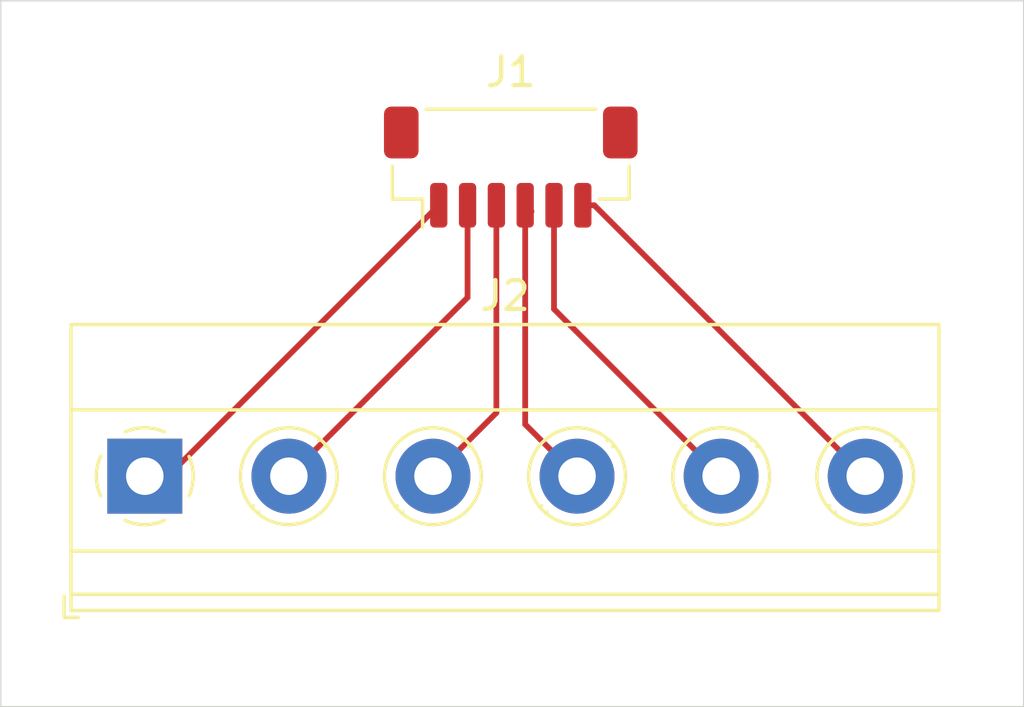
<source format=kicad_pcb>
(kicad_pcb (version 20240108) (generator "pcbnew") (generator_version "8.0")
  (layers (0 "F.Cu" signal) (31 "B.Cu" signal) (34 "B.Paste" user) (35 "F.Paste" user) (36 "B.SilkS" user "B.Silkscreen") (37 "F.SilkS" user "F.Silkscreen") (38 "B.Mask" user) (39 "F.Mask" user) (44 "Edge.Cuts" user))
  (net 0 "")
  (net 1 "Net-(J2-Pin_4)")
  (net 2 "Net-(J2-Pin_2)")
  (net 3 "Net-(J2-Pin_6)")
  (net 4 "Net-(J2-Pin_1)")
  (net 5 "Net-(J2-Pin_5)")
  (net 6 "Net-(J2-Pin_3)")
  (footprint "Connector_JST:JST_SH_BM06B-SRSS-TB_1x06-1MP_P1.00mm_Vertical" (layer "F.Cu") (at 148.7 66.7728)
    (property "Reference" "J1" (at 0 -3.3 0) (layer "F.SilkS"))
    (property "Value" "BM06B-SRSS-TBLFSN")
    (fp_line (start -4.11 -0.04) (end -4.11 1.11) (stroke (width 0.12)) (layer "F.SilkS"))
    (fp_line (start -4.11 1.11) (end -3.06 1.11) (stroke (width 0.12)) (layer "F.SilkS"))
    (fp_line (start -3.06 1.11) (end -3.06 2.1) (stroke (width 0.12)) (layer "F.SilkS"))
    (fp_line (start -2.94 -2.01) (end 2.94 -2.01) (stroke (width 0.12)) (layer "F.SilkS"))
    (fp_line (start 4.11 -0.04) (end 4.11 1.11) (stroke (width 0.12)) (layer "F.SilkS"))
    (fp_line (start 4.11 1.11) (end 3.06 1.11) (stroke (width 0.12)) (layer "F.SilkS"))
    (pad "1" smd roundrect (at -2.5 1.325) (size 0.6 1.55) (layers "F.Cu" "F.Paste" "F.Mask") (net 4 "Net-(J2-Pin_1)"))
    (pad "2" smd roundrect (at -1.5 1.325) (size 0.6 1.55) (layers "F.Cu" "F.Paste" "F.Mask") (net 2 "Net-(J2-Pin_2)"))
    (pad "3" smd roundrect (at -0.5 1.325) (size 0.6 1.55) (layers "F.Cu" "F.Paste" "F.Mask") (net 6 "Net-(J2-Pin_3)"))
    (pad "4" smd roundrect (at 0.5 1.325) (size 0.6 1.55) (layers "F.Cu" "F.Paste" "F.Mask") (net 1 "Net-(J2-Pin_4)"))
    (pad "5" smd roundrect (at 1.5 1.325) (size 0.6 1.55) (layers "F.Cu" "F.Paste" "F.Mask") (net 5 "Net-(J2-Pin_5)"))
    (pad "6" smd roundrect (at 2.5 1.325) (size 0.6 1.55) (layers "F.Cu" "F.Paste" "F.Mask") (net 3 "Net-(J2-Pin_6)"))
    (pad "MP" smd roundrect (at -3.8 -1.2) (size 1.2 1.8) (layers "F.Cu" "F.Paste" "F.Mask") (roundrect_rratio 0.208333))
    (pad "MP" smd roundrect (at 3.8 -1.2) (size 1.2 1.8) (layers "F.Cu" "F.Paste" "F.Mask") (roundrect_rratio 0.208333))
  )
  (footprint "TerminalBlock_Phoenix:TerminalBlock_Phoenix_MKDS-1,5-6_1x06_P5.00mm_Horizontal" (layer "F.Cu") (at 136 77.5)
    (property "Reference" "J2" (at 12.5 -6.26 0) (layer "F.SilkS"))
    (property "Value" "Screw_Terminal_01x06")
    (fp_line (start -2.8 4.16) (end -2.8 4.9) (stroke (width 0.12)) (layer "F.SilkS"))
    (fp_line (start -2.8 4.9) (end -2.3 4.9) (stroke (width 0.12)) (layer "F.SilkS"))
    (fp_line (start -2.56 -5.261) (end -2.56 4.66) (stroke (width 0.12)) (layer "F.SilkS"))
    (fp_line (start -2.56 -5.261) (end 27.56 -5.261) (stroke (width 0.12)) (layer "F.SilkS"))
    (fp_line (start -2.56 -2.301) (end 27.56 -2.301) (stroke (width 0.12)) (layer "F.SilkS"))
    (fp_line (start -2.56 2.6) (end 27.56 2.6) (stroke (width 0.12)) (layer "F.SilkS"))
    (fp_line (start -2.56 4.1) (end 27.56 4.1) (stroke (width 0.12)) (layer "F.SilkS"))
    (fp_line (start -2.56 4.66) (end 27.56 4.66) (stroke (width 0.12)) (layer "F.SilkS"))
    (fp_line (start 3.773 1.023) (end 3.726 1.069) (stroke (width 0.12)) (layer "F.SilkS"))
    (fp_line (start 3.966 1.239) (end 3.931 1.274) (stroke (width 0.12)) (layer "F.SilkS"))
    (fp_line (start 6.07 -1.275) (end 6.035 -1.239) (stroke (width 0.12)) (layer "F.SilkS"))
    (fp_line (start 6.275 -1.069) (end 6.228 -1.023) (stroke (width 0.12)) (layer "F.SilkS"))
    (fp_line (start 8.773 1.023) (end 8.726 1.069) (stroke (width 0.12)) (layer "F.SilkS"))
    (fp_line (start 8.966 1.239) (end 8.931 1.274) (stroke (width 0.12)) (layer "F.SilkS"))
    (fp_line (start 11.07 -1.275) (end 11.035 -1.239) (stroke (width 0.12)) (layer "F.SilkS"))
    (fp_line (start 11.275 -1.069) (end 11.228 -1.023) (stroke (width 0.12)) (layer "F.SilkS"))
    (fp_line (start 13.773 1.023) (end 13.726 1.069) (stroke (width 0.12)) (layer "F.SilkS"))
    (fp_line (start 13.966 1.239) (end 13.931 1.274) (stroke (width 0.12)) (layer "F.SilkS"))
    (fp_line (start 16.07 -1.275) (end 16.035 -1.239) (stroke (width 0.12)) (layer "F.SilkS"))
    (fp_line (start 16.275 -1.069) (end 16.228 -1.023) (stroke (width 0.12)) (layer "F.SilkS"))
    (fp_line (start 18.773 1.023) (end 18.726 1.069) (stroke (width 0.12)) (layer "F.SilkS"))
    (fp_line (start 18.966 1.239) (end 18.931 1.274) (stroke (width 0.12)) (layer "F.SilkS"))
    (fp_line (start 21.07 -1.275) (end 21.035 -1.239) (stroke (width 0.12)) (layer "F.SilkS"))
    (fp_line (start 21.275 -1.069) (end 21.228 -1.023) (stroke (width 0.12)) (layer "F.SilkS"))
    (fp_line (start 23.773 1.023) (end 23.726 1.069) (stroke (width 0.12)) (layer "F.SilkS"))
    (fp_line (start 23.966 1.239) (end 23.931 1.274) (stroke (width 0.12)) (layer "F.SilkS"))
    (fp_line (start 26.07 -1.275) (end 26.035 -1.239) (stroke (width 0.12)) (layer "F.SilkS"))
    (fp_line (start 26.275 -1.069) (end 26.228 -1.023) (stroke (width 0.12)) (layer "F.SilkS"))
    (fp_line (start 27.56 -5.261) (end 27.56 4.66) (stroke (width 0.12)) (layer "F.SilkS"))
    (fp_arc (start -1.535427 0.683042) (mid -1.680501 -0.000524) (end -1.535 -0.684) (stroke (width 0.12)) (layer "F.SilkS"))
    (fp_arc (start -0.683042 -1.535427) (mid 0.000524 -1.680501) (end 0.684 -1.535) (stroke (width 0.12)) (layer "F.SilkS"))
    (fp_arc (start 0.028805 1.680253) (mid -0.335551 1.646659) (end -0.684 1.535) (stroke (width 0.12)) (layer "F.SilkS"))
    (fp_arc (start 0.683318 1.534756) (mid 0.349292 1.643288) (end 0 1.68) (stroke (width 0.12)) (layer "F.SilkS"))
    (fp_arc (start 1.535427 -0.683042) (mid 1.680501 0.000524) (end 1.535 0.684) (stroke (width 0.12)) (layer "F.SilkS"))
    (fp_circle (center 5 0) (end 6.68 0) (stroke (width 0.12)) (fill none) (layer "F.SilkS"))
    (fp_circle (center 10 0) (end 11.68 0) (stroke (width 0.12)) (fill none) (layer "F.SilkS"))
    (fp_circle (center 15 0) (end 16.68 0) (stroke (width 0.12)) (fill none) (layer "F.SilkS"))
    (fp_circle (center 20 0) (end 21.68 0) (stroke (width 0.12)) (fill none) (layer "F.SilkS"))
    (fp_circle (center 25 0) (end 26.68 0) (stroke (width 0.12)) (fill none) (layer "F.SilkS"))
    (pad "1" thru_hole rect (at 0 0) (size 2.6 2.6) (drill 1.3) (layers "*.Cu" "*.Mask") (net 4 "Net-(J2-Pin_1)"))
    (pad "2" thru_hole circle (at 5 0) (size 2.6 2.6) (drill 1.3) (layers "*.Cu" "*.Mask") (net 2 "Net-(J2-Pin_2)"))
    (pad "3" thru_hole circle (at 10 0) (size 2.6 2.6) (drill 1.3) (layers "*.Cu" "*.Mask") (net 6 "Net-(J2-Pin_3)"))
    (pad "4" thru_hole circle (at 15 0) (size 2.6 2.6) (drill 1.3) (layers "*.Cu" "*.Mask") (net 1 "Net-(J2-Pin_4)"))
    (pad "5" thru_hole circle (at 20 0) (size 2.6 2.6) (drill 1.3) (layers "*.Cu" "*.Mask") (net 5 "Net-(J2-Pin_5)"))
    (pad "6" thru_hole circle (at 25 0) (size 2.6 2.6) (drill 1.3) (layers "*.Cu" "*.Mask") (net 3 "Net-(J2-Pin_6)"))
  )
  (gr_rect (start 131 61) (end 166.5 85.5) (stroke (width 0.05)) (fill none) (layer "Edge.Cuts"))
  (segment (start 149.2 75.7) (end 149.2 68.0978) (width 0.2) (layer "F.Cu") (net 1))
  (segment (start 149.42 68.3178) (end 149.2 68.0978) (width 0.2) (layer "F.Cu") (net 1))
  (segment (start 151 77.5) (end 149.2 75.7) (width 0.2) (layer "F.Cu") (net 1))
  (segment (start 147.2 71.3) (end 147.2 68.0978) (width 0.2) (layer "F.Cu") (net 2))
  (segment (start 141 77.5) (end 147.2 71.3) (width 0.2) (layer "F.Cu") (net 2))
  (segment (start 151.5978 68.0978) (end 151.2 68.0978) (width 0.2) (layer "F.Cu") (net 3))
  (segment (start 161 77.5) (end 151.5978 68.0978) (width 0.2) (layer "F.Cu") (net 3))
  (segment (start 136.7978 77.5) (end 146.2 68.0978) (width 0.2) (layer "F.Cu") (net 4))
  (segment (start 136 77.5) (end 136.7978 77.5) (width 0.2) (layer "F.Cu") (net 4))
  (segment (start 150.2 71.7) (end 150.2 68.0978) (width 0.2) (layer "F.Cu") (net 5))
  (segment (start 156 77.5) (end 150.2 71.7) (width 0.2) (layer "F.Cu") (net 5))
  (segment (start 146 77.5) (end 148.2 75.3) (width 0.2) (layer "F.Cu") (net 6))
  (segment (start 148.2 75.3) (end 148.2 68.0978) (width 0.2) (layer "F.Cu") (net 6))
)
</source>
